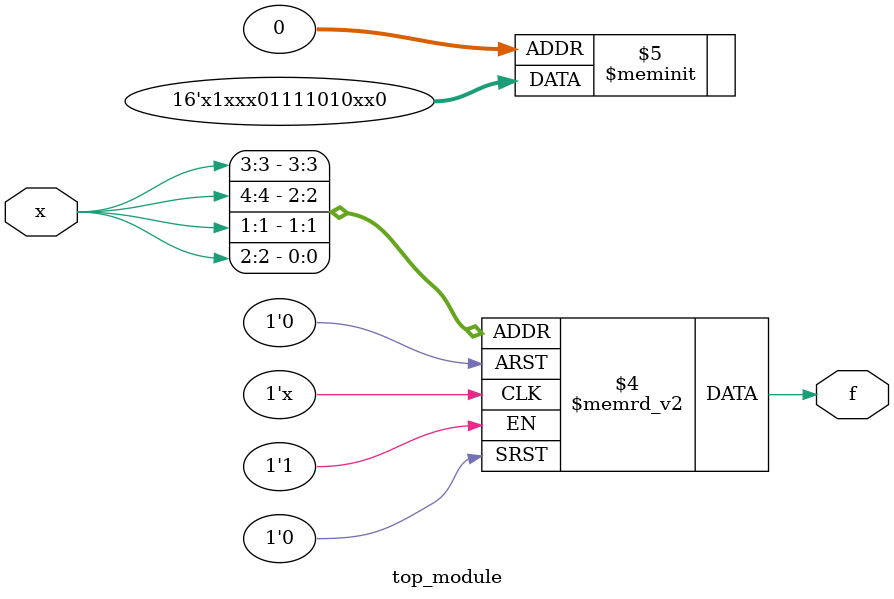
<source format=sv>
module top_module (
  input [4:1] x,
  output logic f
);
  
  always_comb begin
    case ({x[3], x[4], x[1], x[2]})
      4'b0000: f = 1'b0;
      4'b0001: f = 1'bx;  // don't care
      4'b0010: f = 1'bx;  // don't care
      4'b0011: f = 1'b0;
      4'b0100: f = 1'b1;
      4'b0101: f = 1'b0;
      4'b0110: f = 1'b1;
      4'b0111: f = 1'b1;
      4'b1000: f = 1'b1;
      4'b1001: f = 1'b1;
      4'b1010: f = 1'b0;
      4'b1011: f = 1'bx;  // don't care
      4'b1100: f = 1'bx;  // don't care
      4'b1101: f = 1'bx;  // don't care
      4'b1110: f = 1'b1;
      4'b1111: f = 1'bx;  // don't care
    endcase
  end
  
endmodule

</source>
